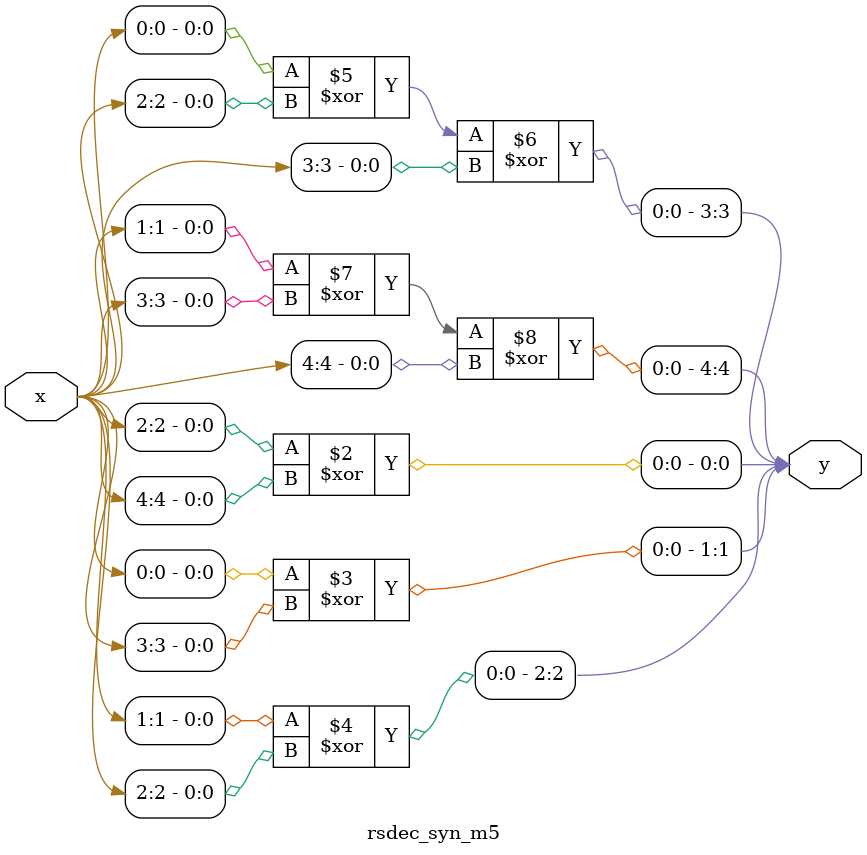
<source format=v>
module rsdec_syn_m5 (y, x);
	input [4:0] x;
	output [4:0] y;
	reg [4:0] y;
	always @ (x)
	begin
		y[0] = x[2] ^ x[4];
		y[1] = x[0] ^ x[3];
		y[2] = x[1] ^ x[2];
		y[3] = x[0] ^ x[2] ^ x[3];
		y[4] = x[1] ^ x[3] ^ x[4];
	end
endmodule
</source>
